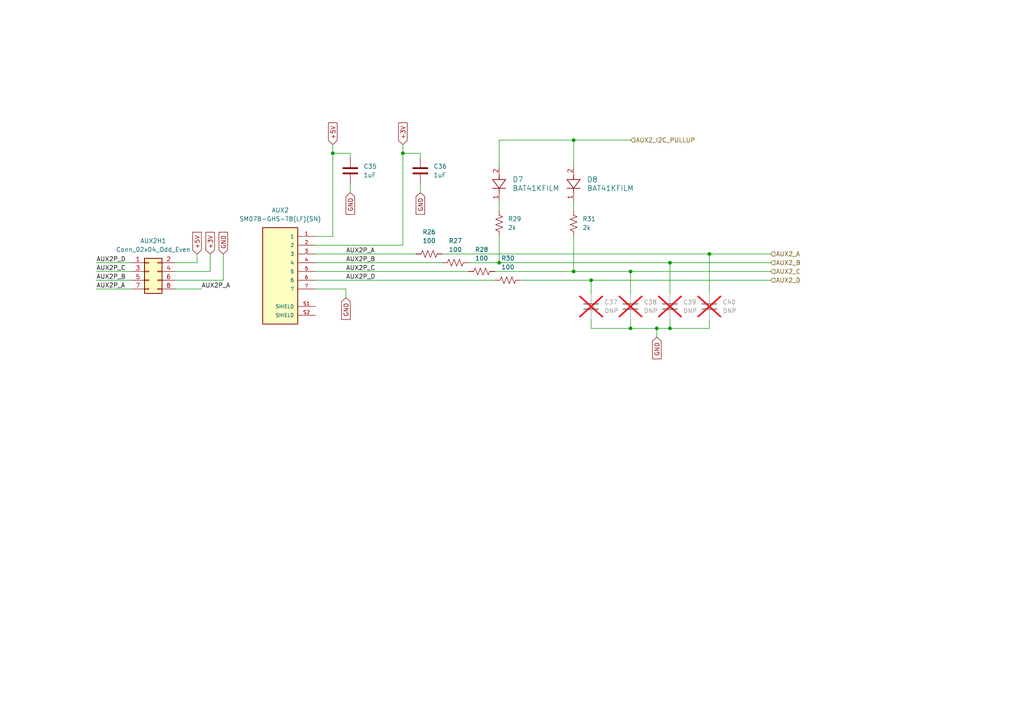
<source format=kicad_sch>
(kicad_sch
	(version 20231120)
	(generator "eeschema")
	(generator_version "8.0")
	(uuid "70ca5df5-c0a3-44e4-9cb8-9595daa039e9")
	(paper "A4")
	(title_block
		(title "moteus-x1")
		(rev "1")
	)
	(lib_symbols
		(symbol "Connector_Generic:Conn_02x04_Odd_Even"
			(pin_names
				(offset 1.016) hide)
			(exclude_from_sim no)
			(in_bom yes)
			(on_board yes)
			(property "Reference" "J"
				(at 1.27 5.08 0)
				(effects
					(font
						(size 1.27 1.27)
					)
				)
			)
			(property "Value" "Conn_02x04_Odd_Even"
				(at 1.27 -7.62 0)
				(effects
					(font
						(size 1.27 1.27)
					)
				)
			)
			(property "Footprint" ""
				(at 0 0 0)
				(effects
					(font
						(size 1.27 1.27)
					)
					(hide yes)
				)
			)
			(property "Datasheet" "~"
				(at 0 0 0)
				(effects
					(font
						(size 1.27 1.27)
					)
					(hide yes)
				)
			)
			(property "Description" "Generic connector, double row, 02x04, odd/even pin numbering scheme (row 1 odd numbers, row 2 even numbers), script generated (kicad-library-utils/schlib/autogen/connector/)"
				(at 0 0 0)
				(effects
					(font
						(size 1.27 1.27)
					)
					(hide yes)
				)
			)
			(property "ki_keywords" "connector"
				(at 0 0 0)
				(effects
					(font
						(size 1.27 1.27)
					)
					(hide yes)
				)
			)
			(property "ki_fp_filters" "Connector*:*_2x??_*"
				(at 0 0 0)
				(effects
					(font
						(size 1.27 1.27)
					)
					(hide yes)
				)
			)
			(symbol "Conn_02x04_Odd_Even_1_1"
				(rectangle
					(start -1.27 -4.953)
					(end 0 -5.207)
					(stroke
						(width 0.1524)
						(type default)
					)
					(fill
						(type none)
					)
				)
				(rectangle
					(start -1.27 -2.413)
					(end 0 -2.667)
					(stroke
						(width 0.1524)
						(type default)
					)
					(fill
						(type none)
					)
				)
				(rectangle
					(start -1.27 0.127)
					(end 0 -0.127)
					(stroke
						(width 0.1524)
						(type default)
					)
					(fill
						(type none)
					)
				)
				(rectangle
					(start -1.27 2.667)
					(end 0 2.413)
					(stroke
						(width 0.1524)
						(type default)
					)
					(fill
						(type none)
					)
				)
				(rectangle
					(start -1.27 3.81)
					(end 3.81 -6.35)
					(stroke
						(width 0.254)
						(type default)
					)
					(fill
						(type background)
					)
				)
				(rectangle
					(start 3.81 -4.953)
					(end 2.54 -5.207)
					(stroke
						(width 0.1524)
						(type default)
					)
					(fill
						(type none)
					)
				)
				(rectangle
					(start 3.81 -2.413)
					(end 2.54 -2.667)
					(stroke
						(width 0.1524)
						(type default)
					)
					(fill
						(type none)
					)
				)
				(rectangle
					(start 3.81 0.127)
					(end 2.54 -0.127)
					(stroke
						(width 0.1524)
						(type default)
					)
					(fill
						(type none)
					)
				)
				(rectangle
					(start 3.81 2.667)
					(end 2.54 2.413)
					(stroke
						(width 0.1524)
						(type default)
					)
					(fill
						(type none)
					)
				)
				(pin passive line
					(at -5.08 2.54 0)
					(length 3.81)
					(name "Pin_1"
						(effects
							(font
								(size 1.27 1.27)
							)
						)
					)
					(number "1"
						(effects
							(font
								(size 1.27 1.27)
							)
						)
					)
				)
				(pin passive line
					(at 7.62 2.54 180)
					(length 3.81)
					(name "Pin_2"
						(effects
							(font
								(size 1.27 1.27)
							)
						)
					)
					(number "2"
						(effects
							(font
								(size 1.27 1.27)
							)
						)
					)
				)
				(pin passive line
					(at -5.08 0 0)
					(length 3.81)
					(name "Pin_3"
						(effects
							(font
								(size 1.27 1.27)
							)
						)
					)
					(number "3"
						(effects
							(font
								(size 1.27 1.27)
							)
						)
					)
				)
				(pin passive line
					(at 7.62 0 180)
					(length 3.81)
					(name "Pin_4"
						(effects
							(font
								(size 1.27 1.27)
							)
						)
					)
					(number "4"
						(effects
							(font
								(size 1.27 1.27)
							)
						)
					)
				)
				(pin passive line
					(at -5.08 -2.54 0)
					(length 3.81)
					(name "Pin_5"
						(effects
							(font
								(size 1.27 1.27)
							)
						)
					)
					(number "5"
						(effects
							(font
								(size 1.27 1.27)
							)
						)
					)
				)
				(pin passive line
					(at 7.62 -2.54 180)
					(length 3.81)
					(name "Pin_6"
						(effects
							(font
								(size 1.27 1.27)
							)
						)
					)
					(number "6"
						(effects
							(font
								(size 1.27 1.27)
							)
						)
					)
				)
				(pin passive line
					(at -5.08 -5.08 0)
					(length 3.81)
					(name "Pin_7"
						(effects
							(font
								(size 1.27 1.27)
							)
						)
					)
					(number "7"
						(effects
							(font
								(size 1.27 1.27)
							)
						)
					)
				)
				(pin passive line
					(at 7.62 -5.08 180)
					(length 3.81)
					(name "Pin_8"
						(effects
							(font
								(size 1.27 1.27)
							)
						)
					)
					(number "8"
						(effects
							(font
								(size 1.27 1.27)
							)
						)
					)
				)
			)
		)
		(symbol "Device:C"
			(pin_numbers hide)
			(pin_names
				(offset 0.254)
			)
			(exclude_from_sim no)
			(in_bom yes)
			(on_board yes)
			(property "Reference" "C"
				(at 0.635 2.54 0)
				(effects
					(font
						(size 1.27 1.27)
					)
					(justify left)
				)
			)
			(property "Value" "C"
				(at 0.635 -2.54 0)
				(effects
					(font
						(size 1.27 1.27)
					)
					(justify left)
				)
			)
			(property "Footprint" ""
				(at 0.9652 -3.81 0)
				(effects
					(font
						(size 1.27 1.27)
					)
					(hide yes)
				)
			)
			(property "Datasheet" "~"
				(at 0 0 0)
				(effects
					(font
						(size 1.27 1.27)
					)
					(hide yes)
				)
			)
			(property "Description" "Unpolarized capacitor"
				(at 0 0 0)
				(effects
					(font
						(size 1.27 1.27)
					)
					(hide yes)
				)
			)
			(property "ki_keywords" "cap capacitor"
				(at 0 0 0)
				(effects
					(font
						(size 1.27 1.27)
					)
					(hide yes)
				)
			)
			(property "ki_fp_filters" "C_*"
				(at 0 0 0)
				(effects
					(font
						(size 1.27 1.27)
					)
					(hide yes)
				)
			)
			(symbol "C_0_1"
				(polyline
					(pts
						(xy -2.032 -0.762) (xy 2.032 -0.762)
					)
					(stroke
						(width 0.508)
						(type default)
					)
					(fill
						(type none)
					)
				)
				(polyline
					(pts
						(xy -2.032 0.762) (xy 2.032 0.762)
					)
					(stroke
						(width 0.508)
						(type default)
					)
					(fill
						(type none)
					)
				)
			)
			(symbol "C_1_1"
				(pin passive line
					(at 0 3.81 270)
					(length 2.794)
					(name "~"
						(effects
							(font
								(size 1.27 1.27)
							)
						)
					)
					(number "1"
						(effects
							(font
								(size 1.27 1.27)
							)
						)
					)
				)
				(pin passive line
					(at 0 -3.81 90)
					(length 2.794)
					(name "~"
						(effects
							(font
								(size 1.27 1.27)
							)
						)
					)
					(number "2"
						(effects
							(font
								(size 1.27 1.27)
							)
						)
					)
				)
			)
		)
		(symbol "Device:R_US"
			(pin_numbers hide)
			(pin_names
				(offset 0)
			)
			(exclude_from_sim no)
			(in_bom yes)
			(on_board yes)
			(property "Reference" "R"
				(at 2.54 0 90)
				(effects
					(font
						(size 1.27 1.27)
					)
				)
			)
			(property "Value" "R_US"
				(at -2.54 0 90)
				(effects
					(font
						(size 1.27 1.27)
					)
				)
			)
			(property "Footprint" ""
				(at 1.016 -0.254 90)
				(effects
					(font
						(size 1.27 1.27)
					)
					(hide yes)
				)
			)
			(property "Datasheet" "~"
				(at 0 0 0)
				(effects
					(font
						(size 1.27 1.27)
					)
					(hide yes)
				)
			)
			(property "Description" "Resistor, US symbol"
				(at 0 0 0)
				(effects
					(font
						(size 1.27 1.27)
					)
					(hide yes)
				)
			)
			(property "ki_keywords" "R res resistor"
				(at 0 0 0)
				(effects
					(font
						(size 1.27 1.27)
					)
					(hide yes)
				)
			)
			(property "ki_fp_filters" "R_*"
				(at 0 0 0)
				(effects
					(font
						(size 1.27 1.27)
					)
					(hide yes)
				)
			)
			(symbol "R_US_0_1"
				(polyline
					(pts
						(xy 0 -2.286) (xy 0 -2.54)
					)
					(stroke
						(width 0)
						(type default)
					)
					(fill
						(type none)
					)
				)
				(polyline
					(pts
						(xy 0 2.286) (xy 0 2.54)
					)
					(stroke
						(width 0)
						(type default)
					)
					(fill
						(type none)
					)
				)
				(polyline
					(pts
						(xy 0 -0.762) (xy 1.016 -1.143) (xy 0 -1.524) (xy -1.016 -1.905) (xy 0 -2.286)
					)
					(stroke
						(width 0)
						(type default)
					)
					(fill
						(type none)
					)
				)
				(polyline
					(pts
						(xy 0 0.762) (xy 1.016 0.381) (xy 0 0) (xy -1.016 -0.381) (xy 0 -0.762)
					)
					(stroke
						(width 0)
						(type default)
					)
					(fill
						(type none)
					)
				)
				(polyline
					(pts
						(xy 0 2.286) (xy 1.016 1.905) (xy 0 1.524) (xy -1.016 1.143) (xy 0 0.762)
					)
					(stroke
						(width 0)
						(type default)
					)
					(fill
						(type none)
					)
				)
			)
			(symbol "R_US_1_1"
				(pin passive line
					(at 0 3.81 270)
					(length 1.27)
					(name "~"
						(effects
							(font
								(size 1.27 1.27)
							)
						)
					)
					(number "1"
						(effects
							(font
								(size 1.27 1.27)
							)
						)
					)
				)
				(pin passive line
					(at 0 -3.81 90)
					(length 1.27)
					(name "~"
						(effects
							(font
								(size 1.27 1.27)
							)
						)
					)
					(number "2"
						(effects
							(font
								(size 1.27 1.27)
							)
						)
					)
				)
			)
		)
		(symbol "moteus:BAT41KFILM"
			(pin_names
				(offset 0.254)
			)
			(exclude_from_sim no)
			(in_bom yes)
			(on_board yes)
			(property "Reference" "CR"
				(at 5.08 4.445 0)
				(effects
					(font
						(size 1.524 1.524)
					)
				)
			)
			(property "Value" "BAT41KFILM"
				(at 5.08 -3.81 0)
				(effects
					(font
						(size 1.524 1.524)
					)
				)
			)
			(property "Footprint" "SOD-523_STM"
				(at 0 0 0)
				(effects
					(font
						(size 1.27 1.27)
						(italic yes)
					)
					(hide yes)
				)
			)
			(property "Datasheet" "BAT41KFILM"
				(at 0 0 0)
				(effects
					(font
						(size 1.27 1.27)
						(italic yes)
					)
					(hide yes)
				)
			)
			(property "Description" ""
				(at 0 0 0)
				(effects
					(font
						(size 1.27 1.27)
					)
					(hide yes)
				)
			)
			(property "ki_locked" ""
				(at 0 0 0)
				(effects
					(font
						(size 1.27 1.27)
					)
				)
			)
			(property "ki_keywords" "BAT41KFILM"
				(at 0 0 0)
				(effects
					(font
						(size 1.27 1.27)
					)
					(hide yes)
				)
			)
			(property "ki_fp_filters" "SOD-523_STM SOD-523_STM-M SOD-523_STM-L"
				(at 0 0 0)
				(effects
					(font
						(size 1.27 1.27)
					)
					(hide yes)
				)
			)
			(symbol "BAT41KFILM_1_1"
				(polyline
					(pts
						(xy 2.54 0) (xy 3.4798 0)
					)
					(stroke
						(width 0.2032)
						(type default)
					)
					(fill
						(type none)
					)
				)
				(polyline
					(pts
						(xy 3.175 0) (xy 3.81 0)
					)
					(stroke
						(width 0.2032)
						(type default)
					)
					(fill
						(type none)
					)
				)
				(polyline
					(pts
						(xy 3.81 -1.905) (xy 6.35 0)
					)
					(stroke
						(width 0.2032)
						(type default)
					)
					(fill
						(type none)
					)
				)
				(polyline
					(pts
						(xy 3.81 1.905) (xy 3.81 -1.905)
					)
					(stroke
						(width 0.2032)
						(type default)
					)
					(fill
						(type none)
					)
				)
				(polyline
					(pts
						(xy 6.35 -1.905) (xy 6.35 1.905)
					)
					(stroke
						(width 0.2032)
						(type default)
					)
					(fill
						(type none)
					)
				)
				(polyline
					(pts
						(xy 6.35 0) (xy 3.81 1.905)
					)
					(stroke
						(width 0.2032)
						(type default)
					)
					(fill
						(type none)
					)
				)
				(polyline
					(pts
						(xy 6.35 0) (xy 7.62 0)
					)
					(stroke
						(width 0.2032)
						(type default)
					)
					(fill
						(type none)
					)
				)
				(pin unspecified line
					(at 10.16 0 180)
					(length 2.54)
					(name ""
						(effects
							(font
								(size 1.27 1.27)
							)
						)
					)
					(number "1"
						(effects
							(font
								(size 1.27 1.27)
							)
						)
					)
				)
				(pin unspecified line
					(at 0 0 0)
					(length 2.54)
					(name ""
						(effects
							(font
								(size 1.27 1.27)
							)
						)
					)
					(number "2"
						(effects
							(font
								(size 1.27 1.27)
							)
						)
					)
				)
			)
			(symbol "BAT41KFILM_1_2"
				(polyline
					(pts
						(xy -1.905 3.81) (xy 1.905 3.81)
					)
					(stroke
						(width 0.2032)
						(type default)
					)
					(fill
						(type none)
					)
				)
				(polyline
					(pts
						(xy 0 2.54) (xy 0 3.4798)
					)
					(stroke
						(width 0.2032)
						(type default)
					)
					(fill
						(type none)
					)
				)
				(polyline
					(pts
						(xy 0 3.175) (xy 0 3.81)
					)
					(stroke
						(width 0.2032)
						(type default)
					)
					(fill
						(type none)
					)
				)
				(polyline
					(pts
						(xy 0 6.35) (xy -1.905 3.81)
					)
					(stroke
						(width 0.2032)
						(type default)
					)
					(fill
						(type none)
					)
				)
				(polyline
					(pts
						(xy 0 6.35) (xy 0 7.62)
					)
					(stroke
						(width 0.2032)
						(type default)
					)
					(fill
						(type none)
					)
				)
				(polyline
					(pts
						(xy 1.905 3.81) (xy 0 6.35)
					)
					(stroke
						(width 0.2032)
						(type default)
					)
					(fill
						(type none)
					)
				)
				(polyline
					(pts
						(xy 1.905 6.35) (xy -1.905 6.35)
					)
					(stroke
						(width 0.2032)
						(type default)
					)
					(fill
						(type none)
					)
				)
				(pin unspecified line
					(at 0 10.16 270)
					(length 2.54)
					(name ""
						(effects
							(font
								(size 1.27 1.27)
							)
						)
					)
					(number "1"
						(effects
							(font
								(size 1.27 1.27)
							)
						)
					)
				)
				(pin unspecified line
					(at 0 0 90)
					(length 2.54)
					(name ""
						(effects
							(font
								(size 1.27 1.27)
							)
						)
					)
					(number "2"
						(effects
							(font
								(size 1.27 1.27)
							)
						)
					)
				)
			)
		)
		(symbol "moteus:SM07B-GHS-TB(LF)(SN)"
			(pin_names
				(offset 1.016)
			)
			(exclude_from_sim no)
			(in_bom yes)
			(on_board yes)
			(property "Reference" "J"
				(at -5.0839 13.2182 0)
				(effects
					(font
						(size 1.27 1.27)
					)
					(justify left bottom)
				)
			)
			(property "Value" "SM07B-GHS-TB(LF)(SN)"
				(at -5.08 -17.78 0)
				(effects
					(font
						(size 1.27 1.27)
					)
					(justify left bottom)
				)
			)
			(property "Footprint" "SM07B-GHS-TB(LF)(SN):JST_SM07B-GHS-TB(LF)(SN)"
				(at -25.4 25.4 0)
				(effects
					(font
						(size 1.27 1.27)
					)
					(justify bottom)
					(hide yes)
				)
			)
			(property "Datasheet" ""
				(at 0 0 0)
				(effects
					(font
						(size 1.27 1.27)
					)
					(hide yes)
				)
			)
			(property "Description" "\nConnector Header Surface Mount, Right Angle 7 position 0.049 (1.25mm)\n"
				(at -15.24 22.86 0)
				(effects
					(font
						(size 1.27 1.27)
					)
					(justify bottom)
					(hide yes)
				)
			)
			(property "DigiKey_Part_Number" ""
				(at 0 0 0)
				(effects
					(font
						(size 1.27 1.27)
					)
					(justify bottom)
					(hide yes)
				)
			)
			(property "SnapEDA_Link" "https://www.snapeda.com/parts/SM07B-GHS-TB(LF)(SN)/JST+Sales+America+Inc./view-part/?ref=snap"
				(at 0 16.51 0)
				(effects
					(font
						(size 1.27 1.27)
					)
					(justify bottom)
					(hide yes)
				)
			)
			(property "Package" "None"
				(at -48.26 33.02 0)
				(effects
					(font
						(size 1.27 1.27)
					)
					(justify bottom)
					(hide yes)
				)
			)
			(property "Check_prices" "https://www.snapeda.com/parts/SM07B-GHS-TB(LF)(SN)/JST+Sales+America+Inc./view-part/?ref=eda"
				(at 0 19.05 0)
				(effects
					(font
						(size 1.27 1.27)
					)
					(justify bottom)
					(hide yes)
				)
			)
			(property "STANDARD" "MANUFACTURER STANDARD"
				(at -38.1 27.94 0)
				(effects
					(font
						(size 1.27 1.27)
					)
					(justify bottom)
					(hide yes)
				)
			)
			(property "PARTREV" "NA"
				(at 0 0 0)
				(effects
					(font
						(size 1.27 1.27)
					)
					(justify bottom)
					(hide yes)
				)
			)
			(property "MF" "JST Sales"
				(at -45.72 35.56 0)
				(effects
					(font
						(size 1.27 1.27)
					)
					(justify bottom)
					(hide yes)
				)
			)
			(property "MP" "SM07B-GHS-TB(LF)(SN)"
				(at -38.1 30.48 0)
				(effects
					(font
						(size 1.27 1.27)
					)
					(justify bottom)
					(hide yes)
				)
			)
			(property "MANUFACTURER" "JST"
				(at 0 0 0)
				(effects
					(font
						(size 1.27 1.27)
					)
					(justify bottom)
					(hide yes)
				)
			)
			(symbol "SM07B-GHS-TB(LF)(SN)_0_0"
				(rectangle
					(start -5.08 12.7)
					(end 5.08 -15.24)
					(stroke
						(width 0.254)
						(type default)
					)
					(fill
						(type background)
					)
				)
				(pin passive line
					(at 10.16 10.16 180)
					(length 5.08)
					(name "1"
						(effects
							(font
								(size 1.016 1.016)
							)
						)
					)
					(number "1"
						(effects
							(font
								(size 1.016 1.016)
							)
						)
					)
				)
				(pin passive line
					(at 10.16 7.62 180)
					(length 5.08)
					(name "2"
						(effects
							(font
								(size 1.016 1.016)
							)
						)
					)
					(number "2"
						(effects
							(font
								(size 1.016 1.016)
							)
						)
					)
				)
				(pin passive line
					(at 10.16 5.08 180)
					(length 5.08)
					(name "3"
						(effects
							(font
								(size 1.016 1.016)
							)
						)
					)
					(number "3"
						(effects
							(font
								(size 1.016 1.016)
							)
						)
					)
				)
				(pin passive line
					(at 10.16 2.54 180)
					(length 5.08)
					(name "4"
						(effects
							(font
								(size 1.016 1.016)
							)
						)
					)
					(number "4"
						(effects
							(font
								(size 1.016 1.016)
							)
						)
					)
				)
				(pin passive line
					(at 10.16 0 180)
					(length 5.08)
					(name "5"
						(effects
							(font
								(size 1.016 1.016)
							)
						)
					)
					(number "5"
						(effects
							(font
								(size 1.016 1.016)
							)
						)
					)
				)
				(pin passive line
					(at 10.16 -2.54 180)
					(length 5.08)
					(name "6"
						(effects
							(font
								(size 1.016 1.016)
							)
						)
					)
					(number "6"
						(effects
							(font
								(size 1.016 1.016)
							)
						)
					)
				)
				(pin passive line
					(at 10.16 -5.08 180)
					(length 5.08)
					(name "7"
						(effects
							(font
								(size 1.016 1.016)
							)
						)
					)
					(number "7"
						(effects
							(font
								(size 1.016 1.016)
							)
						)
					)
				)
				(pin power_in line
					(at 10.16 -10.16 180)
					(length 5.08)
					(name "SHIELD"
						(effects
							(font
								(size 1.016 1.016)
							)
						)
					)
					(number "S1"
						(effects
							(font
								(size 1.016 1.016)
							)
						)
					)
				)
				(pin power_in line
					(at 10.16 -12.7 180)
					(length 5.08)
					(name "SHIELD"
						(effects
							(font
								(size 1.016 1.016)
							)
						)
					)
					(number "S2"
						(effects
							(font
								(size 1.016 1.016)
							)
						)
					)
				)
			)
		)
	)
	(junction
		(at 182.88 78.74)
		(diameter 0)
		(color 0 0 0 0)
		(uuid "03dcab6d-a713-4e5e-b104-ba308d4ba5b9")
	)
	(junction
		(at 144.78 76.2)
		(diameter 0)
		(color 0 0 0 0)
		(uuid "1ac3d72a-041c-436c-97e0-8329b0106042")
	)
	(junction
		(at 190.5 95.25)
		(diameter 0)
		(color 0 0 0 0)
		(uuid "370ad447-ffd0-4cab-ba24-998e028fae6a")
	)
	(junction
		(at 166.37 40.64)
		(diameter 0)
		(color 0 0 0 0)
		(uuid "3e805b1b-333d-43af-b787-a47a80d352cf")
	)
	(junction
		(at 96.52 44.45)
		(diameter 0)
		(color 0 0 0 0)
		(uuid "4059e49f-24d9-41fb-98aa-b15bf879a51c")
	)
	(junction
		(at 166.37 78.74)
		(diameter 0)
		(color 0 0 0 0)
		(uuid "47b55957-f248-470f-96e2-e93d460014a9")
	)
	(junction
		(at 171.45 81.28)
		(diameter 0)
		(color 0 0 0 0)
		(uuid "82827700-23bd-4140-9719-fee767230936")
	)
	(junction
		(at 194.31 95.25)
		(diameter 0)
		(color 0 0 0 0)
		(uuid "986ee1ca-1a77-4a6e-9235-e52b39dea724")
	)
	(junction
		(at 116.84 44.45)
		(diameter 0)
		(color 0 0 0 0)
		(uuid "a7287cb2-08cc-4531-bf79-63bc92a93842")
	)
	(junction
		(at 182.88 95.25)
		(diameter 0)
		(color 0 0 0 0)
		(uuid "d537d25e-035e-4f99-bcac-e7fd38efc862")
	)
	(junction
		(at 205.74 73.66)
		(diameter 0)
		(color 0 0 0 0)
		(uuid "dc56bf98-6d05-4708-939a-2da3dcc14c26")
	)
	(junction
		(at 194.31 76.2)
		(diameter 0)
		(color 0 0 0 0)
		(uuid "ea46a8a5-ccd2-4311-9231-4970edf4fb22")
	)
	(wire
		(pts
			(xy 116.84 71.12) (xy 91.44 71.12)
		)
		(stroke
			(width 0)
			(type default)
		)
		(uuid "005558b8-a5af-480f-a2b1-9f937c85f2c5")
	)
	(wire
		(pts
			(xy 27.94 81.28) (xy 38.1 81.28)
		)
		(stroke
			(width 0)
			(type default)
		)
		(uuid "00724aea-13e2-4ed7-a5e9-8933a6f5461e")
	)
	(wire
		(pts
			(xy 116.84 44.45) (xy 121.92 44.45)
		)
		(stroke
			(width 0)
			(type default)
		)
		(uuid "020e800a-b480-42e6-bac1-236447c51b38")
	)
	(wire
		(pts
			(xy 27.94 76.2) (xy 38.1 76.2)
		)
		(stroke
			(width 0)
			(type default)
		)
		(uuid "02489a5f-0deb-4c97-a3d3-39dcab685a12")
	)
	(wire
		(pts
			(xy 50.8 78.74) (xy 60.96 78.74)
		)
		(stroke
			(width 0)
			(type default)
		)
		(uuid "037032c3-fe94-497d-bdd9-abc6d5d43e23")
	)
	(wire
		(pts
			(xy 101.6 44.45) (xy 101.6 45.72)
		)
		(stroke
			(width 0)
			(type default)
		)
		(uuid "0408ebb5-3a3b-4f7a-a590-a16920f3ce9b")
	)
	(wire
		(pts
			(xy 151.13 81.28) (xy 171.45 81.28)
		)
		(stroke
			(width 0)
			(type default)
		)
		(uuid "05cd9eeb-83c0-42a3-abfe-391d5623107a")
	)
	(wire
		(pts
			(xy 182.88 92.71) (xy 182.88 95.25)
		)
		(stroke
			(width 0)
			(type default)
		)
		(uuid "0e35b780-2c70-4644-b9e9-4f013da2db43")
	)
	(wire
		(pts
			(xy 96.52 44.45) (xy 96.52 68.58)
		)
		(stroke
			(width 0)
			(type default)
		)
		(uuid "1163d21b-35fc-465f-8596-6ab4494770b4")
	)
	(wire
		(pts
			(xy 144.78 76.2) (xy 194.31 76.2)
		)
		(stroke
			(width 0)
			(type default)
		)
		(uuid "1520eaf5-438e-4fa0-a5af-862f64e58cbc")
	)
	(wire
		(pts
			(xy 182.88 78.74) (xy 223.52 78.74)
		)
		(stroke
			(width 0)
			(type default)
		)
		(uuid "15e99e13-ab73-4bb4-a839-45801b121981")
	)
	(wire
		(pts
			(xy 50.8 83.82) (xy 58.42 83.82)
		)
		(stroke
			(width 0)
			(type default)
		)
		(uuid "280c9efe-46ca-4260-aaf9-1fedf232d1c7")
	)
	(wire
		(pts
			(xy 171.45 81.28) (xy 171.45 85.09)
		)
		(stroke
			(width 0)
			(type default)
		)
		(uuid "283641bb-91aa-4db3-9b50-c9d4b95c3c33")
	)
	(wire
		(pts
			(xy 205.74 73.66) (xy 205.74 85.09)
		)
		(stroke
			(width 0)
			(type default)
		)
		(uuid "29b09b97-bba7-4da4-a552-3c89dcc853b4")
	)
	(wire
		(pts
			(xy 60.96 78.74) (xy 60.96 73.66)
		)
		(stroke
			(width 0)
			(type default)
		)
		(uuid "2ea8f75c-174c-4165-a739-c1fa6e13ba24")
	)
	(wire
		(pts
			(xy 166.37 40.64) (xy 166.37 48.26)
		)
		(stroke
			(width 0)
			(type default)
		)
		(uuid "3190848a-3548-42f7-9074-3031e249feaa")
	)
	(wire
		(pts
			(xy 101.6 53.34) (xy 101.6 55.88)
		)
		(stroke
			(width 0)
			(type default)
		)
		(uuid "32d8ddf8-6527-4028-8040-26f4360109dc")
	)
	(wire
		(pts
			(xy 194.31 95.25) (xy 194.31 92.71)
		)
		(stroke
			(width 0)
			(type default)
		)
		(uuid "4306fae0-a070-4050-a3bc-bc3d6a7ec17b")
	)
	(wire
		(pts
			(xy 27.94 78.74) (xy 38.1 78.74)
		)
		(stroke
			(width 0)
			(type default)
		)
		(uuid "48f2d03e-9427-4035-8872-52d67b164838")
	)
	(wire
		(pts
			(xy 91.44 81.28) (xy 143.51 81.28)
		)
		(stroke
			(width 0)
			(type default)
		)
		(uuid "4d8aeb94-cc15-458b-b237-8d9de48861e8")
	)
	(wire
		(pts
			(xy 182.88 78.74) (xy 182.88 85.09)
		)
		(stroke
			(width 0)
			(type default)
		)
		(uuid "55601ef9-b4ac-4c2d-af06-5ca2e096b7c5")
	)
	(wire
		(pts
			(xy 166.37 68.58) (xy 166.37 78.74)
		)
		(stroke
			(width 0)
			(type default)
		)
		(uuid "5c86c7bc-06e0-4644-b25f-821dc70e06bc")
	)
	(wire
		(pts
			(xy 96.52 44.45) (xy 101.6 44.45)
		)
		(stroke
			(width 0)
			(type default)
		)
		(uuid "610531f6-92bc-435e-95a3-3514c7398752")
	)
	(wire
		(pts
			(xy 194.31 76.2) (xy 223.52 76.2)
		)
		(stroke
			(width 0)
			(type default)
		)
		(uuid "646a3fe5-3bfe-4c36-be71-7ac317c50d4a")
	)
	(wire
		(pts
			(xy 91.44 73.66) (xy 120.65 73.66)
		)
		(stroke
			(width 0)
			(type default)
		)
		(uuid "691800a9-72c5-4397-9ee2-49b19c507d29")
	)
	(wire
		(pts
			(xy 91.44 76.2) (xy 128.27 76.2)
		)
		(stroke
			(width 0)
			(type default)
		)
		(uuid "6ce8d76d-3d36-4a2c-94f0-cec429a63301")
	)
	(wire
		(pts
			(xy 128.27 73.66) (xy 205.74 73.66)
		)
		(stroke
			(width 0)
			(type default)
		)
		(uuid "77bdf71b-ec7f-47c1-9e1e-3f585c1c7bb8")
	)
	(wire
		(pts
			(xy 64.77 81.28) (xy 64.77 73.66)
		)
		(stroke
			(width 0)
			(type default)
		)
		(uuid "7fb6f156-fc29-41db-8273-4b6c5c630855")
	)
	(wire
		(pts
			(xy 96.52 41.91) (xy 96.52 44.45)
		)
		(stroke
			(width 0)
			(type default)
		)
		(uuid "8c474801-c5bb-4b24-b6ca-79c378fd9df2")
	)
	(wire
		(pts
			(xy 205.74 73.66) (xy 223.52 73.66)
		)
		(stroke
			(width 0)
			(type default)
		)
		(uuid "8db7a081-03b8-4ef7-9971-75b31614f65d")
	)
	(wire
		(pts
			(xy 166.37 78.74) (xy 182.88 78.74)
		)
		(stroke
			(width 0)
			(type default)
		)
		(uuid "8e066176-31e0-4670-a6c8-e676e9d5b56e")
	)
	(wire
		(pts
			(xy 96.52 68.58) (xy 91.44 68.58)
		)
		(stroke
			(width 0)
			(type default)
		)
		(uuid "9811cae7-5eb9-4ae7-8b51-7e088d797bf5")
	)
	(wire
		(pts
			(xy 205.74 95.25) (xy 205.74 92.71)
		)
		(stroke
			(width 0)
			(type default)
		)
		(uuid "98e1b0da-4ab8-48ab-853c-475cce404289")
	)
	(wire
		(pts
			(xy 50.8 81.28) (xy 64.77 81.28)
		)
		(stroke
			(width 0)
			(type default)
		)
		(uuid "a2fe1cba-d869-460c-935c-b17af26cce3d")
	)
	(wire
		(pts
			(xy 135.89 76.2) (xy 144.78 76.2)
		)
		(stroke
			(width 0)
			(type default)
		)
		(uuid "a5b6451e-7a35-4663-bbbb-12bc9b635345")
	)
	(wire
		(pts
			(xy 190.5 95.25) (xy 190.5 97.79)
		)
		(stroke
			(width 0)
			(type default)
		)
		(uuid "ab343d6e-b2e3-4ac4-b877-bb58b7a3ca39")
	)
	(wire
		(pts
			(xy 100.33 83.82) (xy 100.33 86.36)
		)
		(stroke
			(width 0)
			(type default)
		)
		(uuid "ac59ed1b-ccaa-4192-80e5-758f8750f4dc")
	)
	(wire
		(pts
			(xy 27.94 83.82) (xy 38.1 83.82)
		)
		(stroke
			(width 0)
			(type default)
		)
		(uuid "b2ec6b24-6ff2-4e4b-bf83-91d449e2a5f7")
	)
	(wire
		(pts
			(xy 171.45 92.71) (xy 171.45 95.25)
		)
		(stroke
			(width 0)
			(type default)
		)
		(uuid "b86b6dbc-92b3-4e0a-ad20-1c970a2f3d39")
	)
	(wire
		(pts
			(xy 166.37 40.64) (xy 144.78 40.64)
		)
		(stroke
			(width 0)
			(type default)
		)
		(uuid "b871aa49-ad2b-4776-bd6c-444c292c7cbf")
	)
	(wire
		(pts
			(xy 91.44 78.74) (xy 135.89 78.74)
		)
		(stroke
			(width 0)
			(type default)
		)
		(uuid "bc2a32bf-4de9-4781-93ac-5fbf4df23e3c")
	)
	(wire
		(pts
			(xy 144.78 68.58) (xy 144.78 76.2)
		)
		(stroke
			(width 0)
			(type default)
		)
		(uuid "bcf89d39-037b-4314-a51c-20b334a454a0")
	)
	(wire
		(pts
			(xy 144.78 58.42) (xy 144.78 60.96)
		)
		(stroke
			(width 0)
			(type default)
		)
		(uuid "be2c86e9-802d-4fe6-8a64-86a1c030af22")
	)
	(wire
		(pts
			(xy 166.37 58.42) (xy 166.37 60.96)
		)
		(stroke
			(width 0)
			(type default)
		)
		(uuid "c11cbd73-b11d-48c4-93d9-1e60db78a405")
	)
	(wire
		(pts
			(xy 121.92 44.45) (xy 121.92 45.72)
		)
		(stroke
			(width 0)
			(type default)
		)
		(uuid "c727aeee-0682-43c7-aef7-7599b4c8d740")
	)
	(wire
		(pts
			(xy 171.45 95.25) (xy 182.88 95.25)
		)
		(stroke
			(width 0)
			(type default)
		)
		(uuid "ca7dd404-2a5c-4a7d-9c0c-41a7036de12d")
	)
	(wire
		(pts
			(xy 182.88 40.64) (xy 166.37 40.64)
		)
		(stroke
			(width 0)
			(type default)
		)
		(uuid "cae740df-3ff5-4c38-ac6b-55c1b1c836a0")
	)
	(wire
		(pts
			(xy 144.78 40.64) (xy 144.78 48.26)
		)
		(stroke
			(width 0)
			(type default)
		)
		(uuid "cb489beb-087a-4fa9-9f33-fcc0e2b5eb5d")
	)
	(wire
		(pts
			(xy 57.15 76.2) (xy 57.15 73.66)
		)
		(stroke
			(width 0)
			(type default)
		)
		(uuid "cc5aefcb-228a-4201-a546-735001b0de90")
	)
	(wire
		(pts
			(xy 50.8 76.2) (xy 57.15 76.2)
		)
		(stroke
			(width 0)
			(type default)
		)
		(uuid "d06550a8-1801-47c3-88e5-1425e12e40f4")
	)
	(wire
		(pts
			(xy 190.5 95.25) (xy 194.31 95.25)
		)
		(stroke
			(width 0)
			(type default)
		)
		(uuid "d0fdec09-3e1d-4eba-91ac-3787c214171d")
	)
	(wire
		(pts
			(xy 143.51 78.74) (xy 166.37 78.74)
		)
		(stroke
			(width 0)
			(type default)
		)
		(uuid "d11aea54-671b-49ab-aca5-b51d73fe0e3d")
	)
	(wire
		(pts
			(xy 194.31 95.25) (xy 205.74 95.25)
		)
		(stroke
			(width 0)
			(type default)
		)
		(uuid "d4419b04-1f64-4cf0-96d4-2fc43797a2bf")
	)
	(wire
		(pts
			(xy 171.45 81.28) (xy 223.52 81.28)
		)
		(stroke
			(width 0)
			(type default)
		)
		(uuid "d51c4990-77b9-4aff-8249-d65fa4de37ba")
	)
	(wire
		(pts
			(xy 116.84 41.91) (xy 116.84 44.45)
		)
		(stroke
			(width 0)
			(type default)
		)
		(uuid "dd00e14c-650f-4906-89ca-9cb251ce8cb0")
	)
	(wire
		(pts
			(xy 194.31 76.2) (xy 194.31 85.09)
		)
		(stroke
			(width 0)
			(type default)
		)
		(uuid "e21e0a6c-b9ba-42a4-87c9-1c8d0c5ab06a")
	)
	(wire
		(pts
			(xy 116.84 44.45) (xy 116.84 71.12)
		)
		(stroke
			(width 0)
			(type default)
		)
		(uuid "ec043549-b639-426e-96f6-cc204886764a")
	)
	(wire
		(pts
			(xy 182.88 95.25) (xy 190.5 95.25)
		)
		(stroke
			(width 0)
			(type default)
		)
		(uuid "ec6115f0-98f2-40a5-b3eb-cf868e7da83c")
	)
	(wire
		(pts
			(xy 91.44 83.82) (xy 100.33 83.82)
		)
		(stroke
			(width 0)
			(type default)
		)
		(uuid "f96725cd-1613-4295-b243-d8049ad9af92")
	)
	(wire
		(pts
			(xy 121.92 53.34) (xy 121.92 55.88)
		)
		(stroke
			(width 0)
			(type default)
		)
		(uuid "f9de71fb-daa1-40da-b120-6c842c90a616")
	)
	(label "AUX2P_A"
		(at 100.33 73.66 0)
		(fields_autoplaced yes)
		(effects
			(font
				(size 1.27 1.27)
			)
			(justify left bottom)
		)
		(uuid "07fb8ee7-ebbf-447b-9ce6-28dbe8df13b9")
	)
	(label "AUX2P_C"
		(at 100.33 78.74 0)
		(fields_autoplaced yes)
		(effects
			(font
				(size 1.27 1.27)
			)
			(justify left bottom)
		)
		(uuid "082ad1ec-6216-42f7-a515-65d6a81d243c")
	)
	(label "AUX2P_B"
		(at 27.94 81.28 0)
		(fields_autoplaced yes)
		(effects
			(font
				(size 1.27 1.27)
			)
			(justify left bottom)
		)
		(uuid "2f5724f1-1b1a-4b21-b269-d951e19b90e0")
	)
	(label "AUX2P_B"
		(at 100.33 76.2 0)
		(fields_autoplaced yes)
		(effects
			(font
				(size 1.27 1.27)
			)
			(justify left bottom)
		)
		(uuid "35b5e6b5-f551-468f-9174-02c3158d95f8")
	)
	(label "AUX2P_A"
		(at 27.94 83.82 0)
		(fields_autoplaced yes)
		(effects
			(font
				(size 1.27 1.27)
			)
			(justify left bottom)
		)
		(uuid "67623cff-c33e-45ae-9be5-becf9cc3829a")
	)
	(label "AUX2P_D"
		(at 27.94 76.2 0)
		(fields_autoplaced yes)
		(effects
			(font
				(size 1.27 1.27)
			)
			(justify left bottom)
		)
		(uuid "6bfb8332-db1b-4244-82b5-b50d57e4b782")
	)
	(label "AUX2P_C"
		(at 27.94 78.74 0)
		(fields_autoplaced yes)
		(effects
			(font
				(size 1.27 1.27)
			)
			(justify left bottom)
		)
		(uuid "cd4cbe6c-d887-48bb-9916-1627af741c30")
	)
	(label "AUX2P_A"
		(at 58.42 83.82 0)
		(fields_autoplaced yes)
		(effects
			(font
				(size 1.27 1.27)
			)
			(justify left bottom)
		)
		(uuid "ecc5d155-2710-436d-99e6-5f41e58a9308")
	)
	(label "AUX2P_D"
		(at 100.33 81.28 0)
		(fields_autoplaced yes)
		(effects
			(font
				(size 1.27 1.27)
			)
			(justify left bottom)
		)
		(uuid "f1765b4f-43e3-44b7-998e-f320392af596")
	)
	(global_label "+5V"
		(shape input)
		(at 96.52 41.91 90)
		(fields_autoplaced yes)
		(effects
			(font
				(size 1.27 1.27)
			)
			(justify left)
		)
		(uuid "18a36f45-996e-44a7-becf-4ecd22cbb172")
		(property "Intersheetrefs" "${INTERSHEET_REFS}"
			(at 96.52 35.0543 90)
			(effects
				(font
					(size 1.27 1.27)
				)
				(justify left)
				(hide yes)
			)
		)
	)
	(global_label "GND"
		(shape input)
		(at 101.6 55.88 270)
		(fields_autoplaced yes)
		(effects
			(font
				(size 1.27 1.27)
			)
			(justify right)
		)
		(uuid "3023d085-2d52-4ea8-ad54-ad9bb00970e6")
		(property "Intersheetrefs" "${INTERSHEET_REFS}"
			(at 101.6 62.7357 90)
			(effects
				(font
					(size 1.27 1.27)
				)
				(justify right)
				(hide yes)
			)
		)
	)
	(global_label "+5V"
		(shape input)
		(at 57.15 73.66 90)
		(fields_autoplaced yes)
		(effects
			(font
				(size 1.27 1.27)
			)
			(justify left)
		)
		(uuid "4c814c2a-6020-4e12-bbd3-0bdfd978f436")
		(property "Intersheetrefs" "${INTERSHEET_REFS}"
			(at 57.15 66.8043 90)
			(effects
				(font
					(size 1.27 1.27)
				)
				(justify left)
				(hide yes)
			)
		)
	)
	(global_label "GND"
		(shape input)
		(at 190.5 97.79 270)
		(fields_autoplaced yes)
		(effects
			(font
				(size 1.27 1.27)
			)
			(justify right)
		)
		(uuid "4f3b63b9-a41d-4370-9145-8cc3e3830ae8")
		(property "Intersheetrefs" "${INTERSHEET_REFS}"
			(at 190.5 104.6457 90)
			(effects
				(font
					(size 1.27 1.27)
				)
				(justify right)
				(hide yes)
			)
		)
	)
	(global_label "GND"
		(shape input)
		(at 64.77 73.66 90)
		(fields_autoplaced yes)
		(effects
			(font
				(size 1.27 1.27)
			)
			(justify left)
		)
		(uuid "5b2d0ab2-a292-4b8f-b287-9b94e757dc83")
		(property "Intersheetrefs" "${INTERSHEET_REFS}"
			(at 64.77 66.8043 90)
			(effects
				(font
					(size 1.27 1.27)
				)
				(justify left)
				(hide yes)
			)
		)
	)
	(global_label "+3V"
		(shape input)
		(at 60.96 73.66 90)
		(fields_autoplaced yes)
		(effects
			(font
				(size 1.27 1.27)
			)
			(justify left)
		)
		(uuid "61b15c5e-edf9-47dc-81bf-866c9fd77584")
		(property "Intersheetrefs" "${INTERSHEET_REFS}"
			(at 60.96 66.8043 90)
			(effects
				(font
					(size 1.27 1.27)
				)
				(justify left)
				(hide yes)
			)
		)
	)
	(global_label "GND"
		(shape input)
		(at 121.92 55.88 270)
		(fields_autoplaced yes)
		(effects
			(font
				(size 1.27 1.27)
			)
			(justify right)
		)
		(uuid "b149d237-7221-491f-8d63-5aa4dfb5d505")
		(property "Intersheetrefs" "${INTERSHEET_REFS}"
			(at 121.92 62.7357 90)
			(effects
				(font
					(size 1.27 1.27)
				)
				(justify right)
				(hide yes)
			)
		)
	)
	(global_label "GND"
		(shape input)
		(at 100.33 86.36 270)
		(fields_autoplaced yes)
		(effects
			(font
				(size 1.27 1.27)
			)
			(justify right)
		)
		(uuid "e1b227cd-ffaf-4fef-a2e8-29cd5e80af75")
		(property "Intersheetrefs" "${INTERSHEET_REFS}"
			(at 100.33 93.2157 90)
			(effects
				(font
					(size 1.27 1.27)
				)
				(justify right)
				(hide yes)
			)
		)
	)
	(global_label "+3V"
		(shape input)
		(at 116.84 41.91 90)
		(fields_autoplaced yes)
		(effects
			(font
				(size 1.27 1.27)
			)
			(justify left)
		)
		(uuid "ff5c7bc9-0361-41c2-8d2a-2ba68fa96bfc")
		(property "Intersheetrefs" "${INTERSHEET_REFS}"
			(at 116.84 35.0543 90)
			(effects
				(font
					(size 1.27 1.27)
				)
				(justify left)
				(hide yes)
			)
		)
	)
	(hierarchical_label "AUX2_D"
		(shape input)
		(at 223.52 81.28 0)
		(fields_autoplaced yes)
		(effects
			(font
				(size 1.27 1.27)
			)
			(justify left)
		)
		(uuid "6fa75f1e-6fbb-496c-8fa9-5eda4defbfa8")
	)
	(hierarchical_label "AUX2_C"
		(shape input)
		(at 223.52 78.74 0)
		(fields_autoplaced yes)
		(effects
			(font
				(size 1.27 1.27)
			)
			(justify left)
		)
		(uuid "94108975-c37f-4693-be4a-8c8afc3a1765")
	)
	(hierarchical_label "AUX2_I2C_PULLUP"
		(shape input)
		(at 182.88 40.64 0)
		(fields_autoplaced yes)
		(effects
			(font
				(size 1.27 1.27)
			)
			(justify left)
		)
		(uuid "9e75ebf4-9a23-4a5a-b6e2-7d30ae3ff7d4")
	)
	(hierarchical_label "AUX2_B"
		(shape input)
		(at 223.52 76.2 0)
		(fields_autoplaced yes)
		(effects
			(font
				(size 1.27 1.27)
			)
			(justify left)
		)
		(uuid "ddf8ae45-8a9f-4e18-a665-bff069001b39")
	)
	(hierarchical_label "AUX2_A"
		(shape input)
		(at 223.52 73.66 0)
		(fields_autoplaced yes)
		(effects
			(font
				(size 1.27 1.27)
			)
			(justify left)
		)
		(uuid "f5cead38-4a0b-4a8d-8839-ef4f79769eaf")
	)
	(symbol
		(lib_id "Device:R_US")
		(at 139.7 78.74 90)
		(unit 1)
		(exclude_from_sim no)
		(in_bom yes)
		(on_board yes)
		(dnp no)
		(fields_autoplaced yes)
		(uuid "29e9ae49-9294-499d-a83b-0c525afbc9eb")
		(property "Reference" "R28"
			(at 139.7 72.39 90)
			(effects
				(font
					(size 1.27 1.27)
				)
			)
		)
		(property "Value" "100"
			(at 139.7 74.93 90)
			(effects
				(font
					(size 1.27 1.27)
				)
			)
		)
		(property "Footprint" "Resistor_SMD:R_0402_1005Metric"
			(at 139.954 77.724 90)
			(effects
				(font
					(size 1.27 1.27)
				)
				(hide yes)
			)
		)
		(property "Datasheet" "~"
			(at 139.7 78.74 0)
			(effects
				(font
					(size 1.27 1.27)
				)
				(hide yes)
			)
		)
		(property "Description" ""
			(at 139.7 78.74 0)
			(effects
				(font
					(size 1.27 1.27)
				)
				(hide yes)
			)
		)
		(property "MPN" "MF-RES-0402-100"
			(at 139.7 78.74 90)
			(effects
				(font
					(size 1.27 1.27)
				)
				(hide yes)
			)
		)
		(property "POPULATE" "1"
			(at 139.7 78.74 90)
			(effects
				(font
					(size 1.27 1.27)
				)
				(hide yes)
			)
		)
		(pin "1"
			(uuid "4119a78a-070b-433a-9f64-13ccf0fcc0f6")
		)
		(pin "2"
			(uuid "50ad0395-16db-4754-9c63-11e79eacaf6b")
		)
		(instances
			(project "moteus_x1"
				(path "/bd70986b-b0dc-4add-82aa-78459b97d0c4/acdbdec5-9b31-4472-ad9c-e25ff8f3815b"
					(reference "R28")
					(unit 1)
				)
			)
		)
	)
	(symbol
		(lib_id "Connector_Generic:Conn_02x04_Odd_Even")
		(at 43.18 78.74 0)
		(unit 1)
		(exclude_from_sim no)
		(in_bom no)
		(on_board yes)
		(dnp no)
		(fields_autoplaced yes)
		(uuid "2bb4047d-aa27-4556-a2ed-52efd72b24e2")
		(property "Reference" "AUX2H1"
			(at 44.45 69.85 0)
			(effects
				(font
					(size 1.27 1.27)
				)
			)
		)
		(property "Value" "Conn_02x04_Odd_Even"
			(at 44.45 72.39 0)
			(effects
				(font
					(size 1.27 1.27)
				)
			)
		)
		(property "Footprint" "Connector_PinHeader_1.27mm:PinHeader_2x04_P1.27mm_Vertical"
			(at 43.18 78.74 0)
			(effects
				(font
					(size 1.27 1.27)
				)
				(hide yes)
			)
		)
		(property "Datasheet" "~"
			(at 43.18 78.74 0)
			(effects
				(font
					(size 1.27 1.27)
				)
				(hide yes)
			)
		)
		(property "Description" ""
			(at 43.18 78.74 0)
			(effects
				(font
					(size 1.27 1.27)
				)
				(hide yes)
			)
		)
		(property "POPULATE" "0"
			(at 43.18 78.74 0)
			(effects
				(font
					(size 1.27 1.27)
				)
				(hide yes)
			)
		)
		(pin "1"
			(uuid "b0e1c93f-bdbd-4a4b-8883-96583aefbf8c")
		)
		(pin "2"
			(uuid "6d7a01a7-bc30-4f86-b0e2-e4bb71f6ae3d")
		)
		(pin "3"
			(uuid "c8fa8815-ed26-414a-858f-941e3901397d")
		)
		(pin "4"
			(uuid "ed63a909-df2f-4caa-81c6-dad53b1eaaf2")
		)
		(pin "5"
			(uuid "96eaa4c5-3563-45de-a7ec-5622911748bd")
		)
		(pin "6"
			(uuid "0d0eb195-10c8-48e8-ad50-1f059e697ac8")
		)
		(pin "7"
			(uuid "cc5d6b8a-11d4-441e-9030-538aba1b9610")
		)
		(pin "8"
			(uuid "ce907e07-0242-4699-aebe-0b33ee438f53")
		)
		(instances
			(project "moteus_x1"
				(path "/bd70986b-b0dc-4add-82aa-78459b97d0c4/acdbdec5-9b31-4472-ad9c-e25ff8f3815b"
					(reference "AUX2H1")
					(unit 1)
				)
			)
		)
	)
	(symbol
		(lib_id "Device:R_US")
		(at 147.32 81.28 90)
		(unit 1)
		(exclude_from_sim no)
		(in_bom yes)
		(on_board yes)
		(dnp no)
		(fields_autoplaced yes)
		(uuid "38c77c9e-5107-41ec-a03f-0a7fd08f7d05")
		(property "Reference" "R30"
			(at 147.32 74.93 90)
			(effects
				(font
					(size 1.27 1.27)
				)
			)
		)
		(property "Value" "100"
			(at 147.32 77.47 90)
			(effects
				(font
					(size 1.27 1.27)
				)
			)
		)
		(property "Footprint" "Resistor_SMD:R_0402_1005Metric"
			(at 147.574 80.264 90)
			(effects
				(font
					(size 1.27 1.27)
				)
				(hide yes)
			)
		)
		(property "Datasheet" "~"
			(at 147.32 81.28 0)
			(effects
				(font
					(size 1.27 1.27)
				)
				(hide yes)
			)
		)
		(property "Description" ""
			(at 147.32 81.28 0)
			(effects
				(font
					(size 1.27 1.27)
				)
				(hide yes)
			)
		)
		(property "MPN" "MF-RES-0402-100"
			(at 147.32 81.28 90)
			(effects
				(font
					(size 1.27 1.27)
				)
				(hide yes)
			)
		)
		(property "POPULATE" "1"
			(at 147.32 81.28 90)
			(effects
				(font
					(size 1.27 1.27)
				)
				(hide yes)
			)
		)
		(pin "1"
			(uuid "ba06c2b0-d43b-4bac-a573-9b9cbb765d09")
		)
		(pin "2"
			(uuid "ab29cabd-2875-4655-a0a2-a63ded8d8c54")
		)
		(instances
			(project "moteus_x1"
				(path "/bd70986b-b0dc-4add-82aa-78459b97d0c4/acdbdec5-9b31-4472-ad9c-e25ff8f3815b"
					(reference "R30")
					(unit 1)
				)
			)
		)
	)
	(symbol
		(lib_id "Device:R_US")
		(at 166.37 64.77 0)
		(unit 1)
		(exclude_from_sim no)
		(in_bom yes)
		(on_board yes)
		(dnp no)
		(fields_autoplaced yes)
		(uuid "4e5cecbd-5639-4c27-a321-62d5343b5565")
		(property "Reference" "R31"
			(at 168.91 63.5 0)
			(effects
				(font
					(size 1.27 1.27)
				)
				(justify left)
			)
		)
		(property "Value" "2k"
			(at 168.91 66.04 0)
			(effects
				(font
					(size 1.27 1.27)
				)
				(justify left)
			)
		)
		(property "Footprint" "Resistor_SMD:R_0402_1005Metric"
			(at 167.386 65.024 90)
			(effects
				(font
					(size 1.27 1.27)
				)
				(hide yes)
			)
		)
		(property "Datasheet" "~"
			(at 166.37 64.77 0)
			(effects
				(font
					(size 1.27 1.27)
				)
				(hide yes)
			)
		)
		(property "Description" ""
			(at 166.37 64.77 0)
			(effects
				(font
					(size 1.27 1.27)
				)
				(hide yes)
			)
		)
		(property "MPN" "MF-RES-0402-2K"
			(at 166.37 64.77 90)
			(effects
				(font
					(size 1.27 1.27)
				)
				(hide yes)
			)
		)
		(property "POPULATE" "1"
			(at 166.37 64.77 0)
			(effects
				(font
					(size 1.27 1.27)
				)
				(hide yes)
			)
		)
		(pin "1"
			(uuid "3397ffef-d317-447e-9512-628df72bd2b4")
		)
		(pin "2"
			(uuid "58c94425-37b7-42d5-9db1-63b9d5a0e4d4")
		)
		(instances
			(project "moteus_x1"
				(path "/bd70986b-b0dc-4add-82aa-78459b97d0c4/acdbdec5-9b31-4472-ad9c-e25ff8f3815b"
					(reference "R31")
					(unit 1)
				)
			)
		)
	)
	(symbol
		(lib_id "Device:C")
		(at 194.31 88.9 0)
		(unit 1)
		(exclude_from_sim no)
		(in_bom yes)
		(on_board yes)
		(dnp yes)
		(fields_autoplaced yes)
		(uuid "5c730dd5-efbe-460d-aaaa-cb2ce009995f")
		(property "Reference" "C39"
			(at 198.12 87.63 0)
			(effects
				(font
					(size 1.27 1.27)
				)
				(justify left)
			)
		)
		(property "Value" "DNP"
			(at 198.12 90.17 0)
			(effects
				(font
					(size 1.27 1.27)
				)
				(justify left)
			)
		)
		(property "Footprint" "Capacitor_SMD:C_0402_1005Metric"
			(at 195.2752 92.71 0)
			(effects
				(font
					(size 1.27 1.27)
				)
				(hide yes)
			)
		)
		(property "Datasheet" "~"
			(at 194.31 88.9 0)
			(effects
				(font
					(size 1.27 1.27)
				)
				(hide yes)
			)
		)
		(property "Description" ""
			(at 194.31 88.9 0)
			(effects
				(font
					(size 1.27 1.27)
				)
				(hide yes)
			)
		)
		(property "MPN" ""
			(at 194.31 88.9 0)
			(effects
				(font
					(size 1.27 1.27)
				)
				(hide yes)
			)
		)
		(property "POPULATE" "0"
			(at 194.31 88.9 0)
			(effects
				(font
					(size 1.27 1.27)
				)
				(hide yes)
			)
		)
		(property "DNP" "1"
			(at 194.31 88.9 0)
			(effects
				(font
					(size 1.27 1.27)
				)
				(hide yes)
			)
		)
		(pin "1"
			(uuid "6b83b7fd-763f-467d-8311-ad02605909e1")
		)
		(pin "2"
			(uuid "fe33fa0c-490a-46d1-8106-9bedaa34fe7a")
		)
		(instances
			(project "moteus_x1"
				(path "/bd70986b-b0dc-4add-82aa-78459b97d0c4/acdbdec5-9b31-4472-ad9c-e25ff8f3815b"
					(reference "C39")
					(unit 1)
				)
			)
		)
	)
	(symbol
		(lib_id "Device:C")
		(at 101.6 49.53 0)
		(unit 1)
		(exclude_from_sim no)
		(in_bom yes)
		(on_board yes)
		(dnp no)
		(fields_autoplaced yes)
		(uuid "6198c163-c121-4dc3-9061-b3e88d9d21fa")
		(property "Reference" "C35"
			(at 105.41 48.26 0)
			(effects
				(font
					(size 1.27 1.27)
				)
				(justify left)
			)
		)
		(property "Value" "1uF"
			(at 105.41 50.8 0)
			(effects
				(font
					(size 1.27 1.27)
				)
				(justify left)
			)
		)
		(property "Footprint" "Capacitor_SMD:C_0402_1005Metric"
			(at 102.5652 53.34 0)
			(effects
				(font
					(size 1.27 1.27)
				)
				(hide yes)
			)
		)
		(property "Datasheet" "~"
			(at 101.6 49.53 0)
			(effects
				(font
					(size 1.27 1.27)
				)
				(hide yes)
			)
		)
		(property "Description" ""
			(at 101.6 49.53 0)
			(effects
				(font
					(size 1.27 1.27)
				)
				(hide yes)
			)
		)
		(property "MPN" "MF-CAP-0402-1uF"
			(at 101.6 49.53 0)
			(effects
				(font
					(size 1.27 1.27)
				)
				(hide yes)
			)
		)
		(property "POPULATE" "1"
			(at 101.6 49.53 0)
			(effects
				(font
					(size 1.27 1.27)
				)
				(hide yes)
			)
		)
		(pin "1"
			(uuid "1ce4134b-e68d-4d84-9f4a-8f450b633b62")
		)
		(pin "2"
			(uuid "39848236-8bca-4fa0-87ce-4b61b5843f61")
		)
		(instances
			(project "moteus_x1"
				(path "/bd70986b-b0dc-4add-82aa-78459b97d0c4/acdbdec5-9b31-4472-ad9c-e25ff8f3815b"
					(reference "C35")
					(unit 1)
				)
			)
		)
	)
	(symbol
		(lib_id "moteus:BAT41KFILM")
		(at 144.78 48.26 270)
		(unit 1)
		(exclude_from_sim no)
		(in_bom yes)
		(on_board yes)
		(dnp no)
		(fields_autoplaced yes)
		(uuid "63e49596-c728-49c0-a1dc-a03582ac5159")
		(property "Reference" "D7"
			(at 148.59 52.07 90)
			(effects
				(font
					(size 1.524 1.524)
				)
				(justify left)
			)
		)
		(property "Value" "BAT41KFILM"
			(at 148.59 54.61 90)
			(effects
				(font
					(size 1.524 1.524)
				)
				(justify left)
			)
		)
		(property "Footprint" "moteus:SOD-523_STM"
			(at 144.78 48.26 0)
			(effects
				(font
					(size 1.27 1.27)
					(italic yes)
				)
				(hide yes)
			)
		)
		(property "Datasheet" "BAT41KFILM"
			(at 144.78 48.26 0)
			(effects
				(font
					(size 1.27 1.27)
					(italic yes)
				)
				(hide yes)
			)
		)
		(property "Description" ""
			(at 144.78 48.26 0)
			(effects
				(font
					(size 1.27 1.27)
				)
				(hide yes)
			)
		)
		(property "MPN" "BAT41KFILM"
			(at 144.78 48.26 90)
			(effects
				(font
					(size 1.27 1.27)
				)
				(hide yes)
			)
		)
		(property "MF" "ST"
			(at 144.78 48.26 90)
			(effects
				(font
					(size 1.27 1.27)
				)
				(hide yes)
			)
		)
		(property "POPULATE" "1"
			(at 144.78 48.26 90)
			(effects
				(font
					(size 1.27 1.27)
				)
				(hide yes)
			)
		)
		(pin "1"
			(uuid "31cb4ae4-e5a6-4a67-826e-a84bb0cbb9b7")
		)
		(pin "2"
			(uuid "2a41596a-41b9-4eb3-8973-2164e9857f71")
		)
		(instances
			(project "moteus_x1"
				(path "/bd70986b-b0dc-4add-82aa-78459b97d0c4/acdbdec5-9b31-4472-ad9c-e25ff8f3815b"
					(reference "D7")
					(unit 1)
				)
			)
		)
	)
	(symbol
		(lib_id "Device:C")
		(at 205.74 88.9 0)
		(unit 1)
		(exclude_from_sim no)
		(in_bom yes)
		(on_board yes)
		(dnp yes)
		(fields_autoplaced yes)
		(uuid "6ddce17d-44ed-4d20-b38d-d63579654b83")
		(property "Reference" "C40"
			(at 209.55 87.63 0)
			(effects
				(font
					(size 1.27 1.27)
				)
				(justify left)
			)
		)
		(property "Value" "DNP"
			(at 209.55 90.17 0)
			(effects
				(font
					(size 1.27 1.27)
				)
				(justify left)
			)
		)
		(property "Footprint" "Capacitor_SMD:C_0402_1005Metric"
			(at 206.7052 92.71 0)
			(effects
				(font
					(size 1.27 1.27)
				)
				(hide yes)
			)
		)
		(property "Datasheet" "~"
			(at 205.74 88.9 0)
			(effects
				(font
					(size 1.27 1.27)
				)
				(hide yes)
			)
		)
		(property "Description" ""
			(at 205.74 88.9 0)
			(effects
				(font
					(size 1.27 1.27)
				)
				(hide yes)
			)
		)
		(property "MPN" ""
			(at 205.74 88.9 0)
			(effects
				(font
					(size 1.27 1.27)
				)
				(hide yes)
			)
		)
		(property "POPULATE" "0"
			(at 205.74 88.9 0)
			(effects
				(font
					(size 1.27 1.27)
				)
				(hide yes)
			)
		)
		(property "DNP" "1"
			(at 205.74 88.9 0)
			(effects
				(font
					(size 1.27 1.27)
				)
				(hide yes)
			)
		)
		(pin "1"
			(uuid "2c1a6af5-b797-4854-b485-ea633751a3fc")
		)
		(pin "2"
			(uuid "452c6009-1fa2-4678-9923-1c0262ba8e97")
		)
		(instances
			(project "moteus_x1"
				(path "/bd70986b-b0dc-4add-82aa-78459b97d0c4/acdbdec5-9b31-4472-ad9c-e25ff8f3815b"
					(reference "C40")
					(unit 1)
				)
			)
		)
	)
	(symbol
		(lib_id "Device:R_US")
		(at 132.08 76.2 90)
		(unit 1)
		(exclude_from_sim no)
		(in_bom yes)
		(on_board yes)
		(dnp no)
		(fields_autoplaced yes)
		(uuid "89aa0f40-ae0d-4871-b4c9-ff4578c69c3b")
		(property "Reference" "R27"
			(at 132.08 69.85 90)
			(effects
				(font
					(size 1.27 1.27)
				)
			)
		)
		(property "Value" "100"
			(at 132.08 72.39 90)
			(effects
				(font
					(size 1.27 1.27)
				)
			)
		)
		(property "Footprint" "Resistor_SMD:R_0402_1005Metric"
			(at 132.334 75.184 90)
			(effects
				(font
					(size 1.27 1.27)
				)
				(hide yes)
			)
		)
		(property "Datasheet" "~"
			(at 132.08 76.2 0)
			(effects
				(font
					(size 1.27 1.27)
				)
				(hide yes)
			)
		)
		(property "Description" ""
			(at 132.08 76.2 0)
			(effects
				(font
					(size 1.27 1.27)
				)
				(hide yes)
			)
		)
		(property "MPN" "MF-RES-0402-100"
			(at 132.08 76.2 90)
			(effects
				(font
					(size 1.27 1.27)
				)
				(hide yes)
			)
		)
		(property "POPULATE" "1"
			(at 132.08 76.2 90)
			(effects
				(font
					(size 1.27 1.27)
				)
				(hide yes)
			)
		)
		(pin "1"
			(uuid "620c14ac-4f9b-47e9-b53e-33f32dc3e1d1")
		)
		(pin "2"
			(uuid "bcbfdac6-dc54-42ba-9c29-5a5f0b0bbaac")
		)
		(instances
			(project "moteus_x1"
				(path "/bd70986b-b0dc-4add-82aa-78459b97d0c4/acdbdec5-9b31-4472-ad9c-e25ff8f3815b"
					(reference "R27")
					(unit 1)
				)
			)
		)
	)
	(symbol
		(lib_id "moteus:BAT41KFILM")
		(at 166.37 48.26 270)
		(unit 1)
		(exclude_from_sim no)
		(in_bom yes)
		(on_board yes)
		(dnp no)
		(fields_autoplaced yes)
		(uuid "8d6e1d29-d005-41fc-bd31-1244db1c0c1b")
		(property "Reference" "D8"
			(at 170.18 52.07 90)
			(effects
				(font
					(size 1.524 1.524)
				)
				(justify left)
			)
		)
		(property "Value" "BAT41KFILM"
			(at 170.18 54.61 90)
			(effects
				(font
					(size 1.524 1.524)
				)
				(justify left)
			)
		)
		(property "Footprint" "moteus:SOD-523_STM"
			(at 166.37 48.26 0)
			(effects
				(font
					(size 1.27 1.27)
					(italic yes)
				)
				(hide yes)
			)
		)
		(property "Datasheet" "BAT41KFILM"
			(at 166.37 48.26 0)
			(effects
				(font
					(size 1.27 1.27)
					(italic yes)
				)
				(hide yes)
			)
		)
		(property "Description" ""
			(at 166.37 48.26 0)
			(effects
				(font
					(size 1.27 1.27)
				)
				(hide yes)
			)
		)
		(property "MPN" "BAT41KFILM"
			(at 166.37 48.26 90)
			(effects
				(font
					(size 1.27 1.27)
				)
				(hide yes)
			)
		)
		(property "MF" "ST"
			(at 166.37 48.26 90)
			(effects
				(font
					(size 1.27 1.27)
				)
				(hide yes)
			)
		)
		(property "POPULATE" "1"
			(at 166.37 48.26 90)
			(effects
				(font
					(size 1.27 1.27)
				)
				(hide yes)
			)
		)
		(pin "1"
			(uuid "f0bbe7aa-2f52-4938-9e71-5b1a7502d13f")
		)
		(pin "2"
			(uuid "f5b84a2f-65c8-4748-bca8-27f83d3d3836")
		)
		(instances
			(project "moteus_x1"
				(path "/bd70986b-b0dc-4add-82aa-78459b97d0c4/acdbdec5-9b31-4472-ad9c-e25ff8f3815b"
					(reference "D8")
					(unit 1)
				)
			)
		)
	)
	(symbol
		(lib_id "Device:R_US")
		(at 124.46 73.66 90)
		(unit 1)
		(exclude_from_sim no)
		(in_bom yes)
		(on_board yes)
		(dnp no)
		(fields_autoplaced yes)
		(uuid "9c03e0aa-84ba-4bf4-9c35-51ba4c4fd91e")
		(property "Reference" "R26"
			(at 124.46 67.31 90)
			(effects
				(font
					(size 1.27 1.27)
				)
			)
		)
		(property "Value" "100"
			(at 124.46 69.85 90)
			(effects
				(font
					(size 1.27 1.27)
				)
			)
		)
		(property "Footprint" "Resistor_SMD:R_0402_1005Metric"
			(at 124.714 72.644 90)
			(effects
				(font
					(size 1.27 1.27)
				)
				(hide yes)
			)
		)
		(property "Datasheet" "~"
			(at 124.46 73.66 0)
			(effects
				(font
					(size 1.27 1.27)
				)
				(hide yes)
			)
		)
		(property "Description" ""
			(at 124.46 73.66 0)
			(effects
				(font
					(size 1.27 1.27)
				)
				(hide yes)
			)
		)
		(property "MPN" "MF-RES-0402-100"
			(at 124.46 73.66 90)
			(effects
				(font
					(size 1.27 1.27)
				)
				(hide yes)
			)
		)
		(property "POPULATE" "1"
			(at 124.46 73.66 90)
			(effects
				(font
					(size 1.27 1.27)
				)
				(hide yes)
			)
		)
		(pin "1"
			(uuid "0f6d1474-6b4d-4e2d-88d1-e24307b9d549")
		)
		(pin "2"
			(uuid "de3de94b-8fcf-4b89-ac84-ce62f2cec060")
		)
		(instances
			(project "moteus_x1"
				(path "/bd70986b-b0dc-4add-82aa-78459b97d0c4/acdbdec5-9b31-4472-ad9c-e25ff8f3815b"
					(reference "R26")
					(unit 1)
				)
			)
		)
	)
	(symbol
		(lib_id "Device:C")
		(at 182.88 88.9 0)
		(unit 1)
		(exclude_from_sim no)
		(in_bom yes)
		(on_board yes)
		(dnp yes)
		(fields_autoplaced yes)
		(uuid "b75e16bd-f471-40a4-9b94-d477c73f15ed")
		(property "Reference" "C38"
			(at 186.69 87.63 0)
			(effects
				(font
					(size 1.27 1.27)
				)
				(justify left)
			)
		)
		(property "Value" "DNP"
			(at 186.69 90.17 0)
			(effects
				(font
					(size 1.27 1.27)
				)
				(justify left)
			)
		)
		(property "Footprint" "Capacitor_SMD:C_0402_1005Metric"
			(at 183.8452 92.71 0)
			(effects
				(font
					(size 1.27 1.27)
				)
				(hide yes)
			)
		)
		(property "Datasheet" "~"
			(at 182.88 88.9 0)
			(effects
				(font
					(size 1.27 1.27)
				)
				(hide yes)
			)
		)
		(property "Description" ""
			(at 182.88 88.9 0)
			(effects
				(font
					(size 1.27 1.27)
				)
				(hide yes)
			)
		)
		(property "MPN" ""
			(at 182.88 88.9 0)
			(effects
				(font
					(size 1.27 1.27)
				)
				(hide yes)
			)
		)
		(property "POPULATE" "0"
			(at 182.88 88.9 0)
			(effects
				(font
					(size 1.27 1.27)
				)
				(hide yes)
			)
		)
		(property "DNP" "1"
			(at 182.88 88.9 0)
			(effects
				(font
					(size 1.27 1.27)
				)
				(hide yes)
			)
		)
		(pin "1"
			(uuid "fa15ee4e-e938-4683-8231-4c48f99a53c9")
		)
		(pin "2"
			(uuid "42384d82-c341-4b41-aa61-37d6f98ab3f5")
		)
		(instances
			(project "moteus_x1"
				(path "/bd70986b-b0dc-4add-82aa-78459b97d0c4/acdbdec5-9b31-4472-ad9c-e25ff8f3815b"
					(reference "C38")
					(unit 1)
				)
			)
		)
	)
	(symbol
		(lib_id "moteus:SM07B-GHS-TB(LF)(SN)")
		(at 81.28 78.74 0)
		(unit 1)
		(exclude_from_sim no)
		(in_bom yes)
		(on_board yes)
		(dnp no)
		(fields_autoplaced yes)
		(uuid "bcad9b4b-0e5e-4875-94ee-9e87cf49881a")
		(property "Reference" "AUX2"
			(at 81.28 60.96 0)
			(effects
				(font
					(size 1.27 1.27)
				)
			)
		)
		(property "Value" "SM07B-GHS-TB(LF)(SN)"
			(at 81.28 63.5 0)
			(effects
				(font
					(size 1.27 1.27)
				)
			)
		)
		(property "Footprint" "moteus:JST_SM07B-GHS-TB(LF)(SN)"
			(at 55.88 53.34 0)
			(effects
				(font
					(size 1.27 1.27)
				)
				(justify bottom)
				(hide yes)
			)
		)
		(property "Datasheet" ""
			(at 81.28 78.74 0)
			(effects
				(font
					(size 1.27 1.27)
				)
				(hide yes)
			)
		)
		(property "Description" ""
			(at 81.28 78.74 0)
			(effects
				(font
					(size 1.27 1.27)
				)
				(hide yes)
			)
		)
		(property "MF" "JST"
			(at 35.56 43.18 0)
			(effects
				(font
					(size 1.27 1.27)
				)
				(justify bottom)
				(hide yes)
			)
		)
		(property "MPN" "SM07B-GHS-TB(LF)(SN)"
			(at 43.18 48.26 0)
			(effects
				(font
					(size 1.27 1.27)
				)
				(justify bottom)
				(hide yes)
			)
		)
		(property "POPULATE" "1"
			(at 81.28 78.74 0)
			(effects
				(font
					(size 1.27 1.27)
				)
				(hide yes)
			)
		)
		(pin "1"
			(uuid "bfa8de54-f1cd-4fcc-9a0b-0c978b456d6f")
		)
		(pin "2"
			(uuid "782aeb8e-6bc1-4c44-a9b8-b4ee0471ec0c")
		)
		(pin "3"
			(uuid "2a7dbf57-d4a7-4f86-a8ee-6821ce11a7ff")
		)
		(pin "4"
			(uuid "60a268b1-8adb-4d82-ba39-1fa7ad8fd449")
		)
		(pin "5"
			(uuid "1f05c694-2c7c-4b68-bfae-a07fec889cd7")
		)
		(pin "6"
			(uuid "75553c39-a1ed-4063-beb2-1d5616f1fc00")
		)
		(pin "7"
			(uuid "6c9c2a8f-f903-4940-8e84-51f6ff70d1a3")
		)
		(pin "S1"
			(uuid "321ba1fb-562b-4186-a9f6-83bc761b7ce1")
		)
		(pin "S2"
			(uuid "c360e703-bff5-48d9-890d-31085b2e4a9d")
		)
		(instances
			(project "moteus_x1"
				(path "/bd70986b-b0dc-4add-82aa-78459b97d0c4/acdbdec5-9b31-4472-ad9c-e25ff8f3815b"
					(reference "AUX2")
					(unit 1)
				)
			)
		)
	)
	(symbol
		(lib_id "Device:R_US")
		(at 144.78 64.77 0)
		(unit 1)
		(exclude_from_sim no)
		(in_bom yes)
		(on_board yes)
		(dnp no)
		(fields_autoplaced yes)
		(uuid "c4e28390-edce-4dbd-9661-96b160ee8233")
		(property "Reference" "R29"
			(at 147.32 63.5 0)
			(effects
				(font
					(size 1.27 1.27)
				)
				(justify left)
			)
		)
		(property "Value" "2k"
			(at 147.32 66.04 0)
			(effects
				(font
					(size 1.27 1.27)
				)
				(justify left)
			)
		)
		(property "Footprint" "Resistor_SMD:R_0402_1005Metric"
			(at 145.796 65.024 90)
			(effects
				(font
					(size 1.27 1.27)
				)
				(hide yes)
			)
		)
		(property "Datasheet" "~"
			(at 144.78 64.77 0)
			(effects
				(font
					(size 1.27 1.27)
				)
				(hide yes)
			)
		)
		(property "Description" ""
			(at 144.78 64.77 0)
			(effects
				(font
					(size 1.27 1.27)
				)
				(hide yes)
			)
		)
		(property "MPN" "MF-RES-0402-2K"
			(at 144.78 64.77 90)
			(effects
				(font
					(size 1.27 1.27)
				)
				(hide yes)
			)
		)
		(property "POPULATE" "1"
			(at 144.78 64.77 0)
			(effects
				(font
					(size 1.27 1.27)
				)
				(hide yes)
			)
		)
		(pin "1"
			(uuid "e41657b0-640f-467f-b7cb-67fcab8b8cfb")
		)
		(pin "2"
			(uuid "4e16fec6-e7a7-4924-b07a-36a538d73252")
		)
		(instances
			(project "moteus_x1"
				(path "/bd70986b-b0dc-4add-82aa-78459b97d0c4/acdbdec5-9b31-4472-ad9c-e25ff8f3815b"
					(reference "R29")
					(unit 1)
				)
			)
		)
	)
	(symbol
		(lib_id "Device:C")
		(at 171.45 88.9 0)
		(unit 1)
		(exclude_from_sim no)
		(in_bom yes)
		(on_board yes)
		(dnp yes)
		(fields_autoplaced yes)
		(uuid "c7012287-bc6d-49dc-90be-367e09686d82")
		(property "Reference" "C37"
			(at 175.26 87.63 0)
			(effects
				(font
					(size 1.27 1.27)
				)
				(justify left)
			)
		)
		(property "Value" "DNP"
			(at 175.26 90.17 0)
			(effects
				(font
					(size 1.27 1.27)
				)
				(justify left)
			)
		)
		(property "Footprint" "Capacitor_SMD:C_0402_1005Metric"
			(at 172.4152 92.71 0)
			(effects
				(font
					(size 1.27 1.27)
				)
				(hide yes)
			)
		)
		(property "Datasheet" "~"
			(at 171.45 88.9 0)
			(effects
				(font
					(size 1.27 1.27)
				)
				(hide yes)
			)
		)
		(property "Description" ""
			(at 171.45 88.9 0)
			(effects
				(font
					(size 1.27 1.27)
				)
				(hide yes)
			)
		)
		(property "MPN" ""
			(at 171.45 88.9 0)
			(effects
				(font
					(size 1.27 1.27)
				)
				(hide yes)
			)
		)
		(property "POPULATE" "0"
			(at 171.45 88.9 0)
			(effects
				(font
					(size 1.27 1.27)
				)
				(hide yes)
			)
		)
		(property "DNP" "1"
			(at 171.45 88.9 0)
			(effects
				(font
					(size 1.27 1.27)
				)
				(hide yes)
			)
		)
		(pin "1"
			(uuid "a0b8434f-b793-4753-a4f2-4c13fb04b5c5")
		)
		(pin "2"
			(uuid "86b139c3-cb3d-4c21-9e16-0a07c0fa6fee")
		)
		(instances
			(project "moteus_x1"
				(path "/bd70986b-b0dc-4add-82aa-78459b97d0c4/acdbdec5-9b31-4472-ad9c-e25ff8f3815b"
					(reference "C37")
					(unit 1)
				)
			)
		)
	)
	(symbol
		(lib_id "Device:C")
		(at 121.92 49.53 0)
		(unit 1)
		(exclude_from_sim no)
		(in_bom yes)
		(on_board yes)
		(dnp no)
		(fields_autoplaced yes)
		(uuid "d47e9420-3dbf-4305-8281-7cad127f919c")
		(property "Reference" "C36"
			(at 125.73 48.26 0)
			(effects
				(font
					(size 1.27 1.27)
				)
				(justify left)
			)
		)
		(property "Value" "1uF"
			(at 125.73 50.8 0)
			(effects
				(font
					(size 1.27 1.27)
				)
				(justify left)
			)
		)
		(property "Footprint" "Capacitor_SMD:C_0402_1005Metric"
			(at 122.8852 53.34 0)
			(effects
				(font
					(size 1.27 1.27)
				)
				(hide yes)
			)
		)
		(property "Datasheet" "~"
			(at 121.92 49.53 0)
			(effects
				(font
					(size 1.27 1.27)
				)
				(hide yes)
			)
		)
		(property "Description" ""
			(at 121.92 49.53 0)
			(effects
				(font
					(size 1.27 1.27)
				)
				(hide yes)
			)
		)
		(property "MPN" "MF-CAP-0402-1uF"
			(at 121.92 49.53 0)
			(effects
				(font
					(size 1.27 1.27)
				)
				(hide yes)
			)
		)
		(property "POPULATE" "1"
			(at 121.92 49.53 0)
			(effects
				(font
					(size 1.27 1.27)
				)
				(hide yes)
			)
		)
		(pin "1"
			(uuid "a57ca821-a3a0-4c30-8caf-61fe54b31d14")
		)
		(pin "2"
			(uuid "b94cc51a-196e-4360-80d6-ccef654438df")
		)
		(instances
			(project "moteus_x1"
				(path "/bd70986b-b0dc-4add-82aa-78459b97d0c4/acdbdec5-9b31-4472-ad9c-e25ff8f3815b"
					(reference "C36")
					(unit 1)
				)
			)
		)
	)
)

</source>
